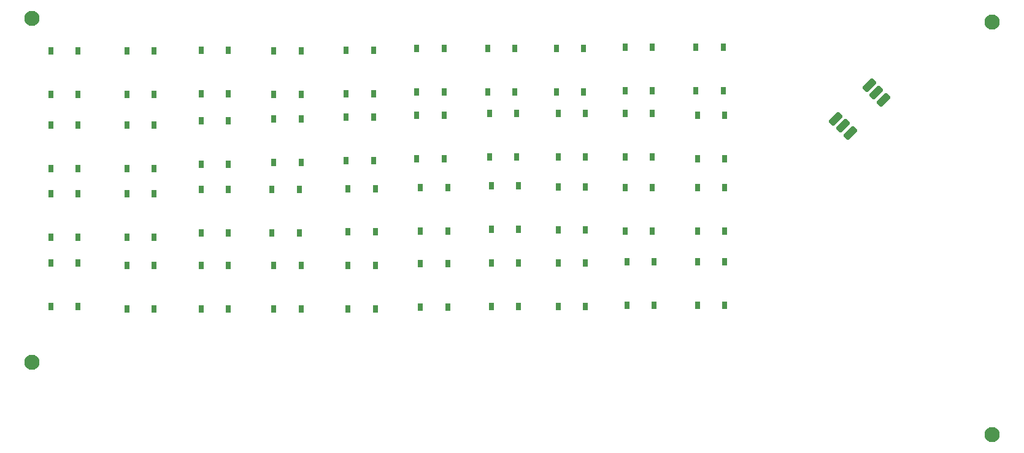
<source format=gts>
%TF.GenerationSoftware,KiCad,Pcbnew,9.0.1*%
%TF.CreationDate,2025-04-23T13:29:54-06:00*%
%TF.ProjectId,brownberryKeeb,62726f77-6e62-4657-9272-794b6565622e,rev?*%
%TF.SameCoordinates,Original*%
%TF.FileFunction,Soldermask,Top*%
%TF.FilePolarity,Negative*%
%FSLAX46Y46*%
G04 Gerber Fmt 4.6, Leading zero omitted, Abs format (unit mm)*
G04 Created by KiCad (PCBNEW 9.0.1) date 2025-04-23 13:29:54*
%MOMM*%
%LPD*%
G01*
G04 APERTURE LIST*
G04 Aperture macros list*
%AMRoundRect*
0 Rectangle with rounded corners*
0 $1 Rounding radius*
0 $2 $3 $4 $5 $6 $7 $8 $9 X,Y pos of 4 corners*
0 Add a 4 corners polygon primitive as box body*
4,1,4,$2,$3,$4,$5,$6,$7,$8,$9,$2,$3,0*
0 Add four circle primitives for the rounded corners*
1,1,$1+$1,$2,$3*
1,1,$1+$1,$4,$5*
1,1,$1+$1,$6,$7*
1,1,$1+$1,$8,$9*
0 Add four rect primitives between the rounded corners*
20,1,$1+$1,$2,$3,$4,$5,0*
20,1,$1+$1,$4,$5,$6,$7,0*
20,1,$1+$1,$6,$7,$8,$9,0*
20,1,$1+$1,$8,$9,$2,$3,0*%
G04 Aperture macros list end*
%ADD10R,0.750000X1.000000*%
%ADD11C,2.100000*%
%ADD12RoundRect,0.150000X-0.353553X-0.848528X0.848528X0.353553X0.353553X0.848528X-0.848528X-0.353553X0*%
G04 APERTURE END LIST*
D10*
%TO.C,SW20*%
X137614339Y-122639216D03*
X137614339Y-128639216D03*
X141364339Y-122639216D03*
X141364339Y-128639216D03*
%TD*%
%TO.C,SW31*%
X166614339Y-111764215D03*
X166614339Y-117764215D03*
X170364339Y-111764215D03*
X170364339Y-117764215D03*
%TD*%
%TO.C,SW24*%
X147614340Y-122389215D03*
X147614340Y-128389215D03*
X151364340Y-122389215D03*
X151364340Y-128389215D03*
%TD*%
%TO.C,SW29*%
X166364341Y-92639216D03*
X166364341Y-98639216D03*
X170114341Y-92639216D03*
X170114341Y-98639216D03*
%TD*%
%TO.C,SW33*%
X175864340Y-92514215D03*
X175864340Y-98514215D03*
X179614340Y-92514215D03*
X179614340Y-98514215D03*
%TD*%
%TO.C,SW34*%
X175864340Y-101639216D03*
X175864340Y-107639216D03*
X179614340Y-101639216D03*
X179614340Y-107639216D03*
%TD*%
%TO.C,SW19*%
X137614342Y-112014215D03*
X137614342Y-118014215D03*
X141364342Y-112014215D03*
X141364342Y-118014215D03*
%TD*%
%TO.C,SW5*%
X107114340Y-93014216D03*
X107114340Y-99014216D03*
X110864340Y-93014216D03*
X110864340Y-99014216D03*
%TD*%
%TO.C,SW3*%
X96614342Y-112764215D03*
X96614342Y-118764215D03*
X100364342Y-112764215D03*
X100364342Y-118764215D03*
%TD*%
%TO.C,SW23*%
X147614340Y-111889216D03*
X147614340Y-117889216D03*
X151364340Y-111889216D03*
X151364340Y-117889216D03*
%TD*%
%TO.C,SW16*%
X127364342Y-122639215D03*
X127364342Y-128639215D03*
X131114342Y-122639215D03*
X131114342Y-128639215D03*
%TD*%
%TO.C,SW38*%
X185864339Y-101889215D03*
X185864339Y-107889215D03*
X189614339Y-101889215D03*
X189614339Y-107889215D03*
%TD*%
D11*
%TO.C,H1*%
X94000000Y-88500000D03*
%TD*%
D10*
%TO.C,SW37*%
X185614339Y-92514215D03*
X185614339Y-98514215D03*
X189364339Y-92514215D03*
X189364339Y-98514215D03*
%TD*%
%TO.C,SW17*%
X137364340Y-92889215D03*
X137364340Y-98889215D03*
X141114340Y-92889215D03*
X141114340Y-98889215D03*
%TD*%
%TO.C,SW35*%
X175864340Y-111889217D03*
X175864340Y-117889217D03*
X179614340Y-111889217D03*
X179614340Y-117889217D03*
%TD*%
%TO.C,SW27*%
X157364341Y-111639214D03*
X157364341Y-117639214D03*
X161114341Y-111639214D03*
X161114341Y-117639214D03*
%TD*%
%TO.C,SW15*%
X127114338Y-112139217D03*
X127114338Y-118139217D03*
X130864338Y-112139217D03*
X130864338Y-118139217D03*
%TD*%
%TO.C,SW36*%
X176114342Y-122139215D03*
X176114342Y-128139215D03*
X179864342Y-122139215D03*
X179864342Y-128139215D03*
%TD*%
%TO.C,SW18*%
X137364339Y-102139216D03*
X137364339Y-108139216D03*
X141114339Y-102139216D03*
X141114339Y-108139216D03*
%TD*%
%TO.C,SW22*%
X147114340Y-101889215D03*
X147114340Y-107889215D03*
X150864340Y-101889215D03*
X150864340Y-107889215D03*
%TD*%
%TO.C,SW7*%
X107114340Y-112764216D03*
X107114340Y-118764216D03*
X110864340Y-112764216D03*
X110864340Y-118764216D03*
%TD*%
%TO.C,SW32*%
X166614340Y-122264216D03*
X166614340Y-128264216D03*
X170364340Y-122264216D03*
X170364340Y-128264216D03*
%TD*%
%TO.C,SW21*%
X147114340Y-92639216D03*
X147114340Y-98639216D03*
X150864340Y-92639216D03*
X150864340Y-98639216D03*
%TD*%
%TO.C,SW2*%
X96614340Y-103264215D03*
X96614340Y-109264215D03*
X100364340Y-103264215D03*
X100364340Y-109264215D03*
%TD*%
%TO.C,SW8*%
X107114339Y-122639216D03*
X107114339Y-128639216D03*
X110864339Y-122639216D03*
X110864339Y-128639216D03*
%TD*%
%TO.C,SW4*%
X96614340Y-122264216D03*
X96614340Y-128264216D03*
X100364340Y-122264216D03*
X100364340Y-128264216D03*
%TD*%
%TO.C,SW25*%
X156864342Y-92639217D03*
X156864342Y-98639217D03*
X160614342Y-92639217D03*
X160614342Y-98639217D03*
%TD*%
%TO.C,SW11*%
X117364339Y-112139215D03*
X117364339Y-118139215D03*
X121114339Y-112139215D03*
X121114339Y-118139215D03*
%TD*%
%TO.C,SW12*%
X117364340Y-122639216D03*
X117364340Y-128639216D03*
X121114340Y-122639216D03*
X121114340Y-128639216D03*
%TD*%
%TO.C,SW10*%
X117364339Y-102639217D03*
X117364339Y-108639217D03*
X121114339Y-102639217D03*
X121114339Y-108639217D03*
%TD*%
%TO.C,SW40*%
X185864339Y-122139215D03*
X185864339Y-128139215D03*
X189614339Y-122139215D03*
X189614339Y-128139215D03*
%TD*%
%TO.C,SW28*%
X157364338Y-122264216D03*
X157364338Y-128264216D03*
X161114338Y-122264216D03*
X161114338Y-128264216D03*
%TD*%
%TO.C,SW13*%
X127364342Y-93014217D03*
X127364342Y-99014217D03*
X131114342Y-93014217D03*
X131114342Y-99014217D03*
%TD*%
%TO.C,SW1*%
X96614341Y-93014216D03*
X96614341Y-99014216D03*
X100364341Y-93014216D03*
X100364341Y-99014216D03*
%TD*%
%TO.C,SW26*%
X157114340Y-101639216D03*
X157114340Y-107639216D03*
X160864340Y-101639216D03*
X160864340Y-107639216D03*
%TD*%
D11*
%TO.C,H2*%
X226500000Y-89000000D03*
%TD*%
%TO.C,H4*%
X226500000Y-146000000D03*
%TD*%
D10*
%TO.C,SW9*%
X117364341Y-92889215D03*
X117364341Y-98889215D03*
X121114341Y-92889215D03*
X121114341Y-98889215D03*
%TD*%
%TO.C,SW14*%
X127364340Y-102389215D03*
X127364340Y-108389215D03*
X131114340Y-102389215D03*
X131114340Y-108389215D03*
%TD*%
D12*
%TO.C,SW41*%
X204923907Y-102366295D03*
X205913857Y-103356244D03*
X206903806Y-104346194D03*
X211500000Y-99750000D03*
X210510051Y-98760050D03*
X209520101Y-97770101D03*
%TD*%
D11*
%TO.C,H3*%
X94000000Y-136000000D03*
%TD*%
D10*
%TO.C,SW39*%
X185864339Y-111889216D03*
X185864339Y-117889216D03*
X189614339Y-111889216D03*
X189614339Y-117889216D03*
%TD*%
%TO.C,SW30*%
X166614339Y-101639216D03*
X166614339Y-107639216D03*
X170364339Y-101639216D03*
X170364339Y-107639216D03*
%TD*%
%TO.C,SW6*%
X107114340Y-103264215D03*
X107114340Y-109264215D03*
X110864340Y-103264215D03*
X110864340Y-109264215D03*
%TD*%
M02*

</source>
